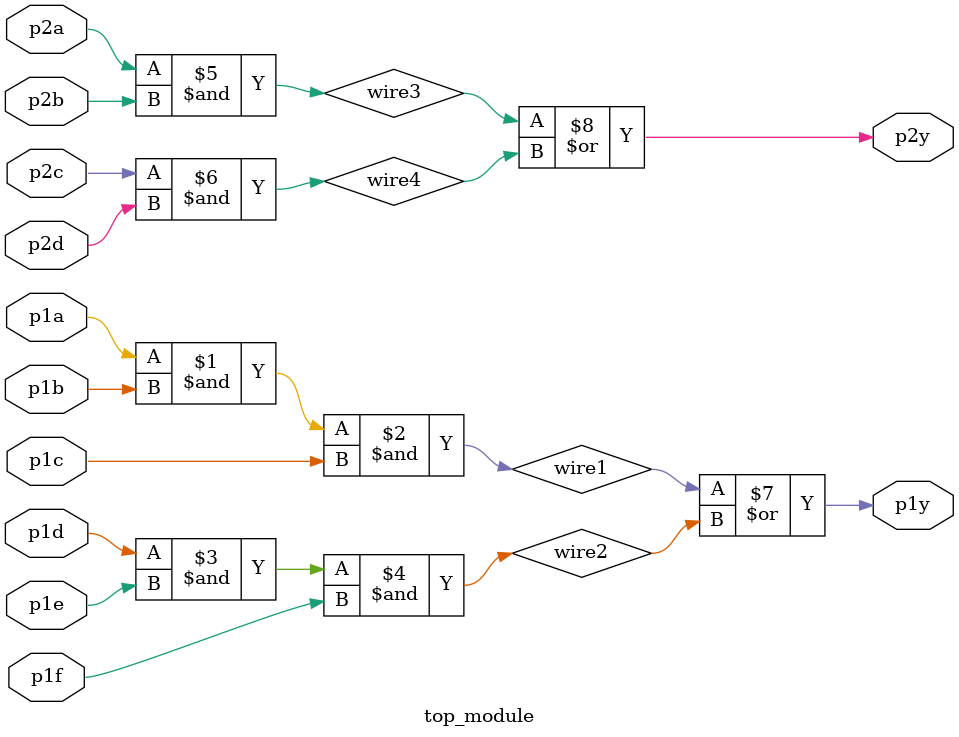
<source format=v>
module top_module ( 
    input p1a, p1b, p1c, p1d, p1e, p1f, p2a, p2b, p2c, p2d,
    output p1y, p2y
);
    // declare intermediate logic signals
    wire wire1, wire2, wire3, wire4;

    // connect wires based on diagram
    assign wire1 = p1a & p1b & p1c;
    assign wire2 = p1d & p1e & p1f;
    assign wire3 = p2a & p2b;
    assign wire4 = p2c & p2d;

    // combine the wires to produce outputs
    assign p1y = wire1 | wire2;
    assign p2y = wire3 | wire4;
endmodule
</source>
